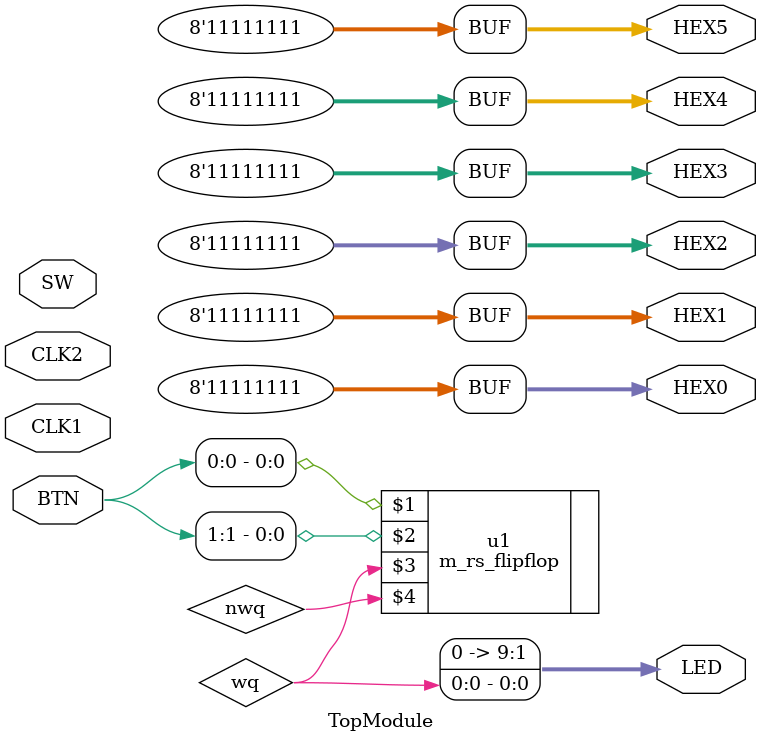
<source format=v>
module TopModule(
	//////////// CLOCK //////////
	input 		          		CLK1,
	input 		          		CLK2,
	//////////// SEG7 //////////
	output		     [7:0]		HEX0,
	output		     [7:0]		HEX1,
	output		     [7:0]		HEX2,
	output		     [7:0]		HEX3,
	output		     [7:0]		HEX4,
	output		     [7:0]		HEX5,
	//////////// Push Button //////////
	input 		     [1:0]		BTN,
	//////////// LED //////////
	output		     [9:0]		LED,
	//////////// SW //////////
	input 		     [9:0]		SW

	);

	wire wq,nwq;
	
	m_rs_flipflop u1(BTN[0],BTN[1],wq,nwq);
	assign LED={9'h0,wq};
	assign HEX0=8'hff;
	assign HEX1=8'hff;
	assign HEX2=8'hff;
	assign HEX3=8'hff;
	assign HEX4=8'hff;
	assign HEX5=8'hff;
	
endmodule

</source>
